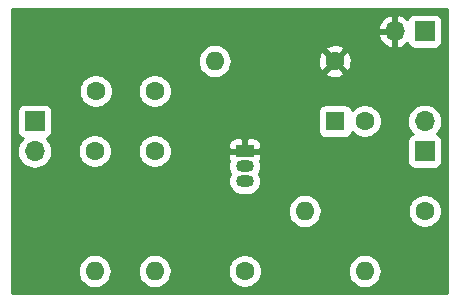
<source format=gbr>
G04 #@! TF.GenerationSoftware,KiCad,Pcbnew,(5.1.2-1)-1*
G04 #@! TF.CreationDate,2019-07-20T09:19:37-07:00*
G04 #@! TF.ProjectId,Buffer,42756666-6572-42e6-9b69-6361645f7063,rev?*
G04 #@! TF.SameCoordinates,Original*
G04 #@! TF.FileFunction,Copper,L2,Bot*
G04 #@! TF.FilePolarity,Positive*
%FSLAX46Y46*%
G04 Gerber Fmt 4.6, Leading zero omitted, Abs format (unit mm)*
G04 Created by KiCad (PCBNEW (5.1.2-1)-1) date 2019-07-20 09:19:37*
%MOMM*%
%LPD*%
G04 APERTURE LIST*
%ADD10O,1.700000X1.700000*%
%ADD11R,1.700000X1.700000*%
%ADD12O,1.600000X1.600000*%
%ADD13C,1.600000*%
%ADD14R,1.500000X1.050000*%
%ADD15O,1.500000X1.050000*%
%ADD16R,1.600000X1.600000*%
%ADD17C,0.254000*%
G04 APERTURE END LIST*
D10*
X160020000Y-78740000D03*
D11*
X162560000Y-78740000D03*
D12*
X152400000Y-93980000D03*
D13*
X162560000Y-93980000D03*
D12*
X157480000Y-99060000D03*
D13*
X147320000Y-99060000D03*
D12*
X139700000Y-99060000D03*
D13*
X139700000Y-88900000D03*
D12*
X144780000Y-81280000D03*
D13*
X154940000Y-81280000D03*
D12*
X134620000Y-99060000D03*
D13*
X134620000Y-88900000D03*
D14*
X147320000Y-88900000D03*
D15*
X147320000Y-91440000D03*
X147320000Y-90170000D03*
D10*
X162560000Y-86360000D03*
D11*
X162560000Y-88900000D03*
D10*
X129540000Y-88900000D03*
D11*
X129540000Y-86360000D03*
D13*
X157480000Y-86360000D03*
D16*
X154980000Y-86360000D03*
D13*
X134700000Y-83820000D03*
X139700000Y-83820000D03*
D17*
G36*
X164440001Y-100940000D02*
G01*
X127660000Y-100940000D01*
X127660000Y-99060000D01*
X133178057Y-99060000D01*
X133205764Y-99341309D01*
X133287818Y-99611808D01*
X133421068Y-99861101D01*
X133600392Y-100079608D01*
X133818899Y-100258932D01*
X134068192Y-100392182D01*
X134338691Y-100474236D01*
X134549508Y-100495000D01*
X134690492Y-100495000D01*
X134901309Y-100474236D01*
X135171808Y-100392182D01*
X135421101Y-100258932D01*
X135639608Y-100079608D01*
X135818932Y-99861101D01*
X135952182Y-99611808D01*
X136034236Y-99341309D01*
X136061943Y-99060000D01*
X138258057Y-99060000D01*
X138285764Y-99341309D01*
X138367818Y-99611808D01*
X138501068Y-99861101D01*
X138680392Y-100079608D01*
X138898899Y-100258932D01*
X139148192Y-100392182D01*
X139418691Y-100474236D01*
X139629508Y-100495000D01*
X139770492Y-100495000D01*
X139981309Y-100474236D01*
X140251808Y-100392182D01*
X140501101Y-100258932D01*
X140719608Y-100079608D01*
X140898932Y-99861101D01*
X141032182Y-99611808D01*
X141114236Y-99341309D01*
X141141943Y-99060000D01*
X141128023Y-98918665D01*
X145885000Y-98918665D01*
X145885000Y-99201335D01*
X145940147Y-99478574D01*
X146048320Y-99739727D01*
X146205363Y-99974759D01*
X146405241Y-100174637D01*
X146640273Y-100331680D01*
X146901426Y-100439853D01*
X147178665Y-100495000D01*
X147461335Y-100495000D01*
X147738574Y-100439853D01*
X147999727Y-100331680D01*
X148234759Y-100174637D01*
X148434637Y-99974759D01*
X148591680Y-99739727D01*
X148699853Y-99478574D01*
X148755000Y-99201335D01*
X148755000Y-99060000D01*
X156038057Y-99060000D01*
X156065764Y-99341309D01*
X156147818Y-99611808D01*
X156281068Y-99861101D01*
X156460392Y-100079608D01*
X156678899Y-100258932D01*
X156928192Y-100392182D01*
X157198691Y-100474236D01*
X157409508Y-100495000D01*
X157550492Y-100495000D01*
X157761309Y-100474236D01*
X158031808Y-100392182D01*
X158281101Y-100258932D01*
X158499608Y-100079608D01*
X158678932Y-99861101D01*
X158812182Y-99611808D01*
X158894236Y-99341309D01*
X158921943Y-99060000D01*
X158894236Y-98778691D01*
X158812182Y-98508192D01*
X158678932Y-98258899D01*
X158499608Y-98040392D01*
X158281101Y-97861068D01*
X158031808Y-97727818D01*
X157761309Y-97645764D01*
X157550492Y-97625000D01*
X157409508Y-97625000D01*
X157198691Y-97645764D01*
X156928192Y-97727818D01*
X156678899Y-97861068D01*
X156460392Y-98040392D01*
X156281068Y-98258899D01*
X156147818Y-98508192D01*
X156065764Y-98778691D01*
X156038057Y-99060000D01*
X148755000Y-99060000D01*
X148755000Y-98918665D01*
X148699853Y-98641426D01*
X148591680Y-98380273D01*
X148434637Y-98145241D01*
X148234759Y-97945363D01*
X147999727Y-97788320D01*
X147738574Y-97680147D01*
X147461335Y-97625000D01*
X147178665Y-97625000D01*
X146901426Y-97680147D01*
X146640273Y-97788320D01*
X146405241Y-97945363D01*
X146205363Y-98145241D01*
X146048320Y-98380273D01*
X145940147Y-98641426D01*
X145885000Y-98918665D01*
X141128023Y-98918665D01*
X141114236Y-98778691D01*
X141032182Y-98508192D01*
X140898932Y-98258899D01*
X140719608Y-98040392D01*
X140501101Y-97861068D01*
X140251808Y-97727818D01*
X139981309Y-97645764D01*
X139770492Y-97625000D01*
X139629508Y-97625000D01*
X139418691Y-97645764D01*
X139148192Y-97727818D01*
X138898899Y-97861068D01*
X138680392Y-98040392D01*
X138501068Y-98258899D01*
X138367818Y-98508192D01*
X138285764Y-98778691D01*
X138258057Y-99060000D01*
X136061943Y-99060000D01*
X136034236Y-98778691D01*
X135952182Y-98508192D01*
X135818932Y-98258899D01*
X135639608Y-98040392D01*
X135421101Y-97861068D01*
X135171808Y-97727818D01*
X134901309Y-97645764D01*
X134690492Y-97625000D01*
X134549508Y-97625000D01*
X134338691Y-97645764D01*
X134068192Y-97727818D01*
X133818899Y-97861068D01*
X133600392Y-98040392D01*
X133421068Y-98258899D01*
X133287818Y-98508192D01*
X133205764Y-98778691D01*
X133178057Y-99060000D01*
X127660000Y-99060000D01*
X127660000Y-93980000D01*
X150958057Y-93980000D01*
X150985764Y-94261309D01*
X151067818Y-94531808D01*
X151201068Y-94781101D01*
X151380392Y-94999608D01*
X151598899Y-95178932D01*
X151848192Y-95312182D01*
X152118691Y-95394236D01*
X152329508Y-95415000D01*
X152470492Y-95415000D01*
X152681309Y-95394236D01*
X152951808Y-95312182D01*
X153201101Y-95178932D01*
X153419608Y-94999608D01*
X153598932Y-94781101D01*
X153732182Y-94531808D01*
X153814236Y-94261309D01*
X153841943Y-93980000D01*
X153828023Y-93838665D01*
X161125000Y-93838665D01*
X161125000Y-94121335D01*
X161180147Y-94398574D01*
X161288320Y-94659727D01*
X161445363Y-94894759D01*
X161645241Y-95094637D01*
X161880273Y-95251680D01*
X162141426Y-95359853D01*
X162418665Y-95415000D01*
X162701335Y-95415000D01*
X162978574Y-95359853D01*
X163239727Y-95251680D01*
X163474759Y-95094637D01*
X163674637Y-94894759D01*
X163831680Y-94659727D01*
X163939853Y-94398574D01*
X163995000Y-94121335D01*
X163995000Y-93838665D01*
X163939853Y-93561426D01*
X163831680Y-93300273D01*
X163674637Y-93065241D01*
X163474759Y-92865363D01*
X163239727Y-92708320D01*
X162978574Y-92600147D01*
X162701335Y-92545000D01*
X162418665Y-92545000D01*
X162141426Y-92600147D01*
X161880273Y-92708320D01*
X161645241Y-92865363D01*
X161445363Y-93065241D01*
X161288320Y-93300273D01*
X161180147Y-93561426D01*
X161125000Y-93838665D01*
X153828023Y-93838665D01*
X153814236Y-93698691D01*
X153732182Y-93428192D01*
X153598932Y-93178899D01*
X153419608Y-92960392D01*
X153201101Y-92781068D01*
X152951808Y-92647818D01*
X152681309Y-92565764D01*
X152470492Y-92545000D01*
X152329508Y-92545000D01*
X152118691Y-92565764D01*
X151848192Y-92647818D01*
X151598899Y-92781068D01*
X151380392Y-92960392D01*
X151201068Y-93178899D01*
X151067818Y-93428192D01*
X150985764Y-93698691D01*
X150958057Y-93980000D01*
X127660000Y-93980000D01*
X127660000Y-88900000D01*
X128047815Y-88900000D01*
X128076487Y-89191111D01*
X128161401Y-89471034D01*
X128299294Y-89729014D01*
X128484866Y-89955134D01*
X128710986Y-90140706D01*
X128968966Y-90278599D01*
X129248889Y-90363513D01*
X129467050Y-90385000D01*
X129612950Y-90385000D01*
X129831111Y-90363513D01*
X130111034Y-90278599D01*
X130369014Y-90140706D01*
X130595134Y-89955134D01*
X130780706Y-89729014D01*
X130918599Y-89471034D01*
X131003513Y-89191111D01*
X131032185Y-88900000D01*
X131018265Y-88758665D01*
X133185000Y-88758665D01*
X133185000Y-89041335D01*
X133240147Y-89318574D01*
X133348320Y-89579727D01*
X133505363Y-89814759D01*
X133705241Y-90014637D01*
X133940273Y-90171680D01*
X134201426Y-90279853D01*
X134478665Y-90335000D01*
X134761335Y-90335000D01*
X135038574Y-90279853D01*
X135299727Y-90171680D01*
X135534759Y-90014637D01*
X135734637Y-89814759D01*
X135891680Y-89579727D01*
X135999853Y-89318574D01*
X136055000Y-89041335D01*
X136055000Y-88758665D01*
X138265000Y-88758665D01*
X138265000Y-89041335D01*
X138320147Y-89318574D01*
X138428320Y-89579727D01*
X138585363Y-89814759D01*
X138785241Y-90014637D01*
X139020273Y-90171680D01*
X139281426Y-90279853D01*
X139558665Y-90335000D01*
X139841335Y-90335000D01*
X140118574Y-90279853D01*
X140379727Y-90171680D01*
X140382241Y-90170000D01*
X145929388Y-90170000D01*
X145951785Y-90397400D01*
X146018115Y-90616060D01*
X146119105Y-90805000D01*
X146018115Y-90993940D01*
X145951785Y-91212600D01*
X145929388Y-91440000D01*
X145951785Y-91667400D01*
X146018115Y-91886060D01*
X146125829Y-92087579D01*
X146270788Y-92264212D01*
X146447421Y-92409171D01*
X146648940Y-92516885D01*
X146867600Y-92583215D01*
X147038021Y-92600000D01*
X147601979Y-92600000D01*
X147772400Y-92583215D01*
X147991060Y-92516885D01*
X148192579Y-92409171D01*
X148369212Y-92264212D01*
X148514171Y-92087579D01*
X148621885Y-91886060D01*
X148688215Y-91667400D01*
X148710612Y-91440000D01*
X148688215Y-91212600D01*
X148621885Y-90993940D01*
X148520895Y-90805000D01*
X148621885Y-90616060D01*
X148688215Y-90397400D01*
X148710612Y-90170000D01*
X148688215Y-89942600D01*
X148624907Y-89733902D01*
X148659502Y-89669180D01*
X148695812Y-89549482D01*
X148708072Y-89425000D01*
X148705000Y-89185750D01*
X148546250Y-89027000D01*
X147773109Y-89027000D01*
X147772400Y-89026785D01*
X147601979Y-89010000D01*
X147038021Y-89010000D01*
X146867600Y-89026785D01*
X146866891Y-89027000D01*
X146093750Y-89027000D01*
X145935000Y-89185750D01*
X145931928Y-89425000D01*
X145944188Y-89549482D01*
X145980498Y-89669180D01*
X146015093Y-89733902D01*
X145951785Y-89942600D01*
X145929388Y-90170000D01*
X140382241Y-90170000D01*
X140614759Y-90014637D01*
X140814637Y-89814759D01*
X140971680Y-89579727D01*
X141079853Y-89318574D01*
X141135000Y-89041335D01*
X141135000Y-88758665D01*
X141079853Y-88481426D01*
X141035770Y-88375000D01*
X145931928Y-88375000D01*
X145935000Y-88614250D01*
X146093750Y-88773000D01*
X147193000Y-88773000D01*
X147193000Y-87898750D01*
X147447000Y-87898750D01*
X147447000Y-88773000D01*
X148546250Y-88773000D01*
X148705000Y-88614250D01*
X148708072Y-88375000D01*
X148695812Y-88250518D01*
X148659502Y-88130820D01*
X148600537Y-88020506D01*
X148521185Y-87923815D01*
X148424494Y-87844463D01*
X148314180Y-87785498D01*
X148194482Y-87749188D01*
X148070000Y-87736928D01*
X147605750Y-87740000D01*
X147447000Y-87898750D01*
X147193000Y-87898750D01*
X147034250Y-87740000D01*
X146570000Y-87736928D01*
X146445518Y-87749188D01*
X146325820Y-87785498D01*
X146215506Y-87844463D01*
X146118815Y-87923815D01*
X146039463Y-88020506D01*
X145980498Y-88130820D01*
X145944188Y-88250518D01*
X145931928Y-88375000D01*
X141035770Y-88375000D01*
X140971680Y-88220273D01*
X140814637Y-87985241D01*
X140614759Y-87785363D01*
X140379727Y-87628320D01*
X140118574Y-87520147D01*
X139841335Y-87465000D01*
X139558665Y-87465000D01*
X139281426Y-87520147D01*
X139020273Y-87628320D01*
X138785241Y-87785363D01*
X138585363Y-87985241D01*
X138428320Y-88220273D01*
X138320147Y-88481426D01*
X138265000Y-88758665D01*
X136055000Y-88758665D01*
X135999853Y-88481426D01*
X135891680Y-88220273D01*
X135734637Y-87985241D01*
X135534759Y-87785363D01*
X135299727Y-87628320D01*
X135038574Y-87520147D01*
X134761335Y-87465000D01*
X134478665Y-87465000D01*
X134201426Y-87520147D01*
X133940273Y-87628320D01*
X133705241Y-87785363D01*
X133505363Y-87985241D01*
X133348320Y-88220273D01*
X133240147Y-88481426D01*
X133185000Y-88758665D01*
X131018265Y-88758665D01*
X131003513Y-88608889D01*
X130918599Y-88328966D01*
X130780706Y-88070986D01*
X130595134Y-87844866D01*
X130565313Y-87820393D01*
X130634180Y-87799502D01*
X130744494Y-87740537D01*
X130841185Y-87661185D01*
X130920537Y-87564494D01*
X130979502Y-87454180D01*
X131015812Y-87334482D01*
X131028072Y-87210000D01*
X131028072Y-85560000D01*
X153541928Y-85560000D01*
X153541928Y-87160000D01*
X153554188Y-87284482D01*
X153590498Y-87404180D01*
X153649463Y-87514494D01*
X153728815Y-87611185D01*
X153825506Y-87690537D01*
X153935820Y-87749502D01*
X154055518Y-87785812D01*
X154180000Y-87798072D01*
X155780000Y-87798072D01*
X155904482Y-87785812D01*
X156024180Y-87749502D01*
X156134494Y-87690537D01*
X156231185Y-87611185D01*
X156310537Y-87514494D01*
X156369502Y-87404180D01*
X156398661Y-87308057D01*
X156565241Y-87474637D01*
X156800273Y-87631680D01*
X157061426Y-87739853D01*
X157338665Y-87795000D01*
X157621335Y-87795000D01*
X157898574Y-87739853D01*
X158159727Y-87631680D01*
X158394759Y-87474637D01*
X158594637Y-87274759D01*
X158751680Y-87039727D01*
X158859853Y-86778574D01*
X158915000Y-86501335D01*
X158915000Y-86360000D01*
X161067815Y-86360000D01*
X161096487Y-86651111D01*
X161181401Y-86931034D01*
X161319294Y-87189014D01*
X161504866Y-87415134D01*
X161534687Y-87439607D01*
X161465820Y-87460498D01*
X161355506Y-87519463D01*
X161258815Y-87598815D01*
X161179463Y-87695506D01*
X161120498Y-87805820D01*
X161084188Y-87925518D01*
X161071928Y-88050000D01*
X161071928Y-89750000D01*
X161084188Y-89874482D01*
X161120498Y-89994180D01*
X161179463Y-90104494D01*
X161258815Y-90201185D01*
X161355506Y-90280537D01*
X161465820Y-90339502D01*
X161585518Y-90375812D01*
X161710000Y-90388072D01*
X163410000Y-90388072D01*
X163534482Y-90375812D01*
X163654180Y-90339502D01*
X163764494Y-90280537D01*
X163861185Y-90201185D01*
X163940537Y-90104494D01*
X163999502Y-89994180D01*
X164035812Y-89874482D01*
X164048072Y-89750000D01*
X164048072Y-88050000D01*
X164035812Y-87925518D01*
X163999502Y-87805820D01*
X163940537Y-87695506D01*
X163861185Y-87598815D01*
X163764494Y-87519463D01*
X163654180Y-87460498D01*
X163585313Y-87439607D01*
X163615134Y-87415134D01*
X163800706Y-87189014D01*
X163938599Y-86931034D01*
X164023513Y-86651111D01*
X164052185Y-86360000D01*
X164023513Y-86068889D01*
X163938599Y-85788966D01*
X163800706Y-85530986D01*
X163615134Y-85304866D01*
X163389014Y-85119294D01*
X163131034Y-84981401D01*
X162851111Y-84896487D01*
X162632950Y-84875000D01*
X162487050Y-84875000D01*
X162268889Y-84896487D01*
X161988966Y-84981401D01*
X161730986Y-85119294D01*
X161504866Y-85304866D01*
X161319294Y-85530986D01*
X161181401Y-85788966D01*
X161096487Y-86068889D01*
X161067815Y-86360000D01*
X158915000Y-86360000D01*
X158915000Y-86218665D01*
X158859853Y-85941426D01*
X158751680Y-85680273D01*
X158594637Y-85445241D01*
X158394759Y-85245363D01*
X158159727Y-85088320D01*
X157898574Y-84980147D01*
X157621335Y-84925000D01*
X157338665Y-84925000D01*
X157061426Y-84980147D01*
X156800273Y-85088320D01*
X156565241Y-85245363D01*
X156398661Y-85411943D01*
X156369502Y-85315820D01*
X156310537Y-85205506D01*
X156231185Y-85108815D01*
X156134494Y-85029463D01*
X156024180Y-84970498D01*
X155904482Y-84934188D01*
X155780000Y-84921928D01*
X154180000Y-84921928D01*
X154055518Y-84934188D01*
X153935820Y-84970498D01*
X153825506Y-85029463D01*
X153728815Y-85108815D01*
X153649463Y-85205506D01*
X153590498Y-85315820D01*
X153554188Y-85435518D01*
X153541928Y-85560000D01*
X131028072Y-85560000D01*
X131028072Y-85510000D01*
X131015812Y-85385518D01*
X130979502Y-85265820D01*
X130920537Y-85155506D01*
X130841185Y-85058815D01*
X130744494Y-84979463D01*
X130634180Y-84920498D01*
X130514482Y-84884188D01*
X130390000Y-84871928D01*
X128690000Y-84871928D01*
X128565518Y-84884188D01*
X128445820Y-84920498D01*
X128335506Y-84979463D01*
X128238815Y-85058815D01*
X128159463Y-85155506D01*
X128100498Y-85265820D01*
X128064188Y-85385518D01*
X128051928Y-85510000D01*
X128051928Y-87210000D01*
X128064188Y-87334482D01*
X128100498Y-87454180D01*
X128159463Y-87564494D01*
X128238815Y-87661185D01*
X128335506Y-87740537D01*
X128445820Y-87799502D01*
X128514687Y-87820393D01*
X128484866Y-87844866D01*
X128299294Y-88070986D01*
X128161401Y-88328966D01*
X128076487Y-88608889D01*
X128047815Y-88900000D01*
X127660000Y-88900000D01*
X127660000Y-83678665D01*
X133265000Y-83678665D01*
X133265000Y-83961335D01*
X133320147Y-84238574D01*
X133428320Y-84499727D01*
X133585363Y-84734759D01*
X133785241Y-84934637D01*
X134020273Y-85091680D01*
X134281426Y-85199853D01*
X134558665Y-85255000D01*
X134841335Y-85255000D01*
X135118574Y-85199853D01*
X135379727Y-85091680D01*
X135614759Y-84934637D01*
X135814637Y-84734759D01*
X135971680Y-84499727D01*
X136079853Y-84238574D01*
X136135000Y-83961335D01*
X136135000Y-83678665D01*
X138265000Y-83678665D01*
X138265000Y-83961335D01*
X138320147Y-84238574D01*
X138428320Y-84499727D01*
X138585363Y-84734759D01*
X138785241Y-84934637D01*
X139020273Y-85091680D01*
X139281426Y-85199853D01*
X139558665Y-85255000D01*
X139841335Y-85255000D01*
X140118574Y-85199853D01*
X140379727Y-85091680D01*
X140614759Y-84934637D01*
X140814637Y-84734759D01*
X140971680Y-84499727D01*
X141079853Y-84238574D01*
X141135000Y-83961335D01*
X141135000Y-83678665D01*
X141079853Y-83401426D01*
X140971680Y-83140273D01*
X140814637Y-82905241D01*
X140614759Y-82705363D01*
X140379727Y-82548320D01*
X140118574Y-82440147D01*
X139841335Y-82385000D01*
X139558665Y-82385000D01*
X139281426Y-82440147D01*
X139020273Y-82548320D01*
X138785241Y-82705363D01*
X138585363Y-82905241D01*
X138428320Y-83140273D01*
X138320147Y-83401426D01*
X138265000Y-83678665D01*
X136135000Y-83678665D01*
X136079853Y-83401426D01*
X135971680Y-83140273D01*
X135814637Y-82905241D01*
X135614759Y-82705363D01*
X135379727Y-82548320D01*
X135118574Y-82440147D01*
X134841335Y-82385000D01*
X134558665Y-82385000D01*
X134281426Y-82440147D01*
X134020273Y-82548320D01*
X133785241Y-82705363D01*
X133585363Y-82905241D01*
X133428320Y-83140273D01*
X133320147Y-83401426D01*
X133265000Y-83678665D01*
X127660000Y-83678665D01*
X127660000Y-81280000D01*
X143338057Y-81280000D01*
X143365764Y-81561309D01*
X143447818Y-81831808D01*
X143581068Y-82081101D01*
X143760392Y-82299608D01*
X143978899Y-82478932D01*
X144228192Y-82612182D01*
X144498691Y-82694236D01*
X144709508Y-82715000D01*
X144850492Y-82715000D01*
X145061309Y-82694236D01*
X145331808Y-82612182D01*
X145581101Y-82478932D01*
X145799608Y-82299608D01*
X145821689Y-82272702D01*
X154126903Y-82272702D01*
X154198486Y-82516671D01*
X154453996Y-82637571D01*
X154728184Y-82706300D01*
X155010512Y-82720217D01*
X155290130Y-82678787D01*
X155556292Y-82583603D01*
X155681514Y-82516671D01*
X155753097Y-82272702D01*
X154940000Y-81459605D01*
X154126903Y-82272702D01*
X145821689Y-82272702D01*
X145978932Y-82081101D01*
X146112182Y-81831808D01*
X146194236Y-81561309D01*
X146214998Y-81350512D01*
X153499783Y-81350512D01*
X153541213Y-81630130D01*
X153636397Y-81896292D01*
X153703329Y-82021514D01*
X153947298Y-82093097D01*
X154760395Y-81280000D01*
X155119605Y-81280000D01*
X155932702Y-82093097D01*
X156176671Y-82021514D01*
X156297571Y-81766004D01*
X156366300Y-81491816D01*
X156380217Y-81209488D01*
X156338787Y-80929870D01*
X156243603Y-80663708D01*
X156176671Y-80538486D01*
X155932702Y-80466903D01*
X155119605Y-81280000D01*
X154760395Y-81280000D01*
X153947298Y-80466903D01*
X153703329Y-80538486D01*
X153582429Y-80793996D01*
X153513700Y-81068184D01*
X153499783Y-81350512D01*
X146214998Y-81350512D01*
X146221943Y-81280000D01*
X146194236Y-80998691D01*
X146112182Y-80728192D01*
X145978932Y-80478899D01*
X145821690Y-80287298D01*
X154126903Y-80287298D01*
X154940000Y-81100395D01*
X155753097Y-80287298D01*
X155681514Y-80043329D01*
X155426004Y-79922429D01*
X155151816Y-79853700D01*
X154869488Y-79839783D01*
X154589870Y-79881213D01*
X154323708Y-79976397D01*
X154198486Y-80043329D01*
X154126903Y-80287298D01*
X145821690Y-80287298D01*
X145799608Y-80260392D01*
X145581101Y-80081068D01*
X145331808Y-79947818D01*
X145061309Y-79865764D01*
X144850492Y-79845000D01*
X144709508Y-79845000D01*
X144498691Y-79865764D01*
X144228192Y-79947818D01*
X143978899Y-80081068D01*
X143760392Y-80260392D01*
X143581068Y-80478899D01*
X143447818Y-80728192D01*
X143365764Y-80998691D01*
X143338057Y-81280000D01*
X127660000Y-81280000D01*
X127660000Y-79096891D01*
X158578519Y-79096891D01*
X158675843Y-79371252D01*
X158824822Y-79621355D01*
X159019731Y-79837588D01*
X159253080Y-80011641D01*
X159515901Y-80136825D01*
X159663110Y-80181476D01*
X159893000Y-80060155D01*
X159893000Y-78867000D01*
X158699186Y-78867000D01*
X158578519Y-79096891D01*
X127660000Y-79096891D01*
X127660000Y-78383109D01*
X158578519Y-78383109D01*
X158699186Y-78613000D01*
X159893000Y-78613000D01*
X159893000Y-77419845D01*
X160147000Y-77419845D01*
X160147000Y-78613000D01*
X160167000Y-78613000D01*
X160167000Y-78867000D01*
X160147000Y-78867000D01*
X160147000Y-80060155D01*
X160376890Y-80181476D01*
X160524099Y-80136825D01*
X160786920Y-80011641D01*
X161020269Y-79837588D01*
X161096034Y-79753534D01*
X161120498Y-79834180D01*
X161179463Y-79944494D01*
X161258815Y-80041185D01*
X161355506Y-80120537D01*
X161465820Y-80179502D01*
X161585518Y-80215812D01*
X161710000Y-80228072D01*
X163410000Y-80228072D01*
X163534482Y-80215812D01*
X163654180Y-80179502D01*
X163764494Y-80120537D01*
X163861185Y-80041185D01*
X163940537Y-79944494D01*
X163999502Y-79834180D01*
X164035812Y-79714482D01*
X164048072Y-79590000D01*
X164048072Y-77890000D01*
X164035812Y-77765518D01*
X163999502Y-77645820D01*
X163940537Y-77535506D01*
X163861185Y-77438815D01*
X163764494Y-77359463D01*
X163654180Y-77300498D01*
X163534482Y-77264188D01*
X163410000Y-77251928D01*
X161710000Y-77251928D01*
X161585518Y-77264188D01*
X161465820Y-77300498D01*
X161355506Y-77359463D01*
X161258815Y-77438815D01*
X161179463Y-77535506D01*
X161120498Y-77645820D01*
X161096034Y-77726466D01*
X161020269Y-77642412D01*
X160786920Y-77468359D01*
X160524099Y-77343175D01*
X160376890Y-77298524D01*
X160147000Y-77419845D01*
X159893000Y-77419845D01*
X159663110Y-77298524D01*
X159515901Y-77343175D01*
X159253080Y-77468359D01*
X159019731Y-77642412D01*
X158824822Y-77858645D01*
X158675843Y-78108748D01*
X158578519Y-78383109D01*
X127660000Y-78383109D01*
X127660000Y-76860000D01*
X164440000Y-76860000D01*
X164440001Y-100940000D01*
X164440001Y-100940000D01*
G37*
X164440001Y-100940000D02*
X127660000Y-100940000D01*
X127660000Y-99060000D01*
X133178057Y-99060000D01*
X133205764Y-99341309D01*
X133287818Y-99611808D01*
X133421068Y-99861101D01*
X133600392Y-100079608D01*
X133818899Y-100258932D01*
X134068192Y-100392182D01*
X134338691Y-100474236D01*
X134549508Y-100495000D01*
X134690492Y-100495000D01*
X134901309Y-100474236D01*
X135171808Y-100392182D01*
X135421101Y-100258932D01*
X135639608Y-100079608D01*
X135818932Y-99861101D01*
X135952182Y-99611808D01*
X136034236Y-99341309D01*
X136061943Y-99060000D01*
X138258057Y-99060000D01*
X138285764Y-99341309D01*
X138367818Y-99611808D01*
X138501068Y-99861101D01*
X138680392Y-100079608D01*
X138898899Y-100258932D01*
X139148192Y-100392182D01*
X139418691Y-100474236D01*
X139629508Y-100495000D01*
X139770492Y-100495000D01*
X139981309Y-100474236D01*
X140251808Y-100392182D01*
X140501101Y-100258932D01*
X140719608Y-100079608D01*
X140898932Y-99861101D01*
X141032182Y-99611808D01*
X141114236Y-99341309D01*
X141141943Y-99060000D01*
X141128023Y-98918665D01*
X145885000Y-98918665D01*
X145885000Y-99201335D01*
X145940147Y-99478574D01*
X146048320Y-99739727D01*
X146205363Y-99974759D01*
X146405241Y-100174637D01*
X146640273Y-100331680D01*
X146901426Y-100439853D01*
X147178665Y-100495000D01*
X147461335Y-100495000D01*
X147738574Y-100439853D01*
X147999727Y-100331680D01*
X148234759Y-100174637D01*
X148434637Y-99974759D01*
X148591680Y-99739727D01*
X148699853Y-99478574D01*
X148755000Y-99201335D01*
X148755000Y-99060000D01*
X156038057Y-99060000D01*
X156065764Y-99341309D01*
X156147818Y-99611808D01*
X156281068Y-99861101D01*
X156460392Y-100079608D01*
X156678899Y-100258932D01*
X156928192Y-100392182D01*
X157198691Y-100474236D01*
X157409508Y-100495000D01*
X157550492Y-100495000D01*
X157761309Y-100474236D01*
X158031808Y-100392182D01*
X158281101Y-100258932D01*
X158499608Y-100079608D01*
X158678932Y-99861101D01*
X158812182Y-99611808D01*
X158894236Y-99341309D01*
X158921943Y-99060000D01*
X158894236Y-98778691D01*
X158812182Y-98508192D01*
X158678932Y-98258899D01*
X158499608Y-98040392D01*
X158281101Y-97861068D01*
X158031808Y-97727818D01*
X157761309Y-97645764D01*
X157550492Y-97625000D01*
X157409508Y-97625000D01*
X157198691Y-97645764D01*
X156928192Y-97727818D01*
X156678899Y-97861068D01*
X156460392Y-98040392D01*
X156281068Y-98258899D01*
X156147818Y-98508192D01*
X156065764Y-98778691D01*
X156038057Y-99060000D01*
X148755000Y-99060000D01*
X148755000Y-98918665D01*
X148699853Y-98641426D01*
X148591680Y-98380273D01*
X148434637Y-98145241D01*
X148234759Y-97945363D01*
X147999727Y-97788320D01*
X147738574Y-97680147D01*
X147461335Y-97625000D01*
X147178665Y-97625000D01*
X146901426Y-97680147D01*
X146640273Y-97788320D01*
X146405241Y-97945363D01*
X146205363Y-98145241D01*
X146048320Y-98380273D01*
X145940147Y-98641426D01*
X145885000Y-98918665D01*
X141128023Y-98918665D01*
X141114236Y-98778691D01*
X141032182Y-98508192D01*
X140898932Y-98258899D01*
X140719608Y-98040392D01*
X140501101Y-97861068D01*
X140251808Y-97727818D01*
X139981309Y-97645764D01*
X139770492Y-97625000D01*
X139629508Y-97625000D01*
X139418691Y-97645764D01*
X139148192Y-97727818D01*
X138898899Y-97861068D01*
X138680392Y-98040392D01*
X138501068Y-98258899D01*
X138367818Y-98508192D01*
X138285764Y-98778691D01*
X138258057Y-99060000D01*
X136061943Y-99060000D01*
X136034236Y-98778691D01*
X135952182Y-98508192D01*
X135818932Y-98258899D01*
X135639608Y-98040392D01*
X135421101Y-97861068D01*
X135171808Y-97727818D01*
X134901309Y-97645764D01*
X134690492Y-97625000D01*
X134549508Y-97625000D01*
X134338691Y-97645764D01*
X134068192Y-97727818D01*
X133818899Y-97861068D01*
X133600392Y-98040392D01*
X133421068Y-98258899D01*
X133287818Y-98508192D01*
X133205764Y-98778691D01*
X133178057Y-99060000D01*
X127660000Y-99060000D01*
X127660000Y-93980000D01*
X150958057Y-93980000D01*
X150985764Y-94261309D01*
X151067818Y-94531808D01*
X151201068Y-94781101D01*
X151380392Y-94999608D01*
X151598899Y-95178932D01*
X151848192Y-95312182D01*
X152118691Y-95394236D01*
X152329508Y-95415000D01*
X152470492Y-95415000D01*
X152681309Y-95394236D01*
X152951808Y-95312182D01*
X153201101Y-95178932D01*
X153419608Y-94999608D01*
X153598932Y-94781101D01*
X153732182Y-94531808D01*
X153814236Y-94261309D01*
X153841943Y-93980000D01*
X153828023Y-93838665D01*
X161125000Y-93838665D01*
X161125000Y-94121335D01*
X161180147Y-94398574D01*
X161288320Y-94659727D01*
X161445363Y-94894759D01*
X161645241Y-95094637D01*
X161880273Y-95251680D01*
X162141426Y-95359853D01*
X162418665Y-95415000D01*
X162701335Y-95415000D01*
X162978574Y-95359853D01*
X163239727Y-95251680D01*
X163474759Y-95094637D01*
X163674637Y-94894759D01*
X163831680Y-94659727D01*
X163939853Y-94398574D01*
X163995000Y-94121335D01*
X163995000Y-93838665D01*
X163939853Y-93561426D01*
X163831680Y-93300273D01*
X163674637Y-93065241D01*
X163474759Y-92865363D01*
X163239727Y-92708320D01*
X162978574Y-92600147D01*
X162701335Y-92545000D01*
X162418665Y-92545000D01*
X162141426Y-92600147D01*
X161880273Y-92708320D01*
X161645241Y-92865363D01*
X161445363Y-93065241D01*
X161288320Y-93300273D01*
X161180147Y-93561426D01*
X161125000Y-93838665D01*
X153828023Y-93838665D01*
X153814236Y-93698691D01*
X153732182Y-93428192D01*
X153598932Y-93178899D01*
X153419608Y-92960392D01*
X153201101Y-92781068D01*
X152951808Y-92647818D01*
X152681309Y-92565764D01*
X152470492Y-92545000D01*
X152329508Y-92545000D01*
X152118691Y-92565764D01*
X151848192Y-92647818D01*
X151598899Y-92781068D01*
X151380392Y-92960392D01*
X151201068Y-93178899D01*
X151067818Y-93428192D01*
X150985764Y-93698691D01*
X150958057Y-93980000D01*
X127660000Y-93980000D01*
X127660000Y-88900000D01*
X128047815Y-88900000D01*
X128076487Y-89191111D01*
X128161401Y-89471034D01*
X128299294Y-89729014D01*
X128484866Y-89955134D01*
X128710986Y-90140706D01*
X128968966Y-90278599D01*
X129248889Y-90363513D01*
X129467050Y-90385000D01*
X129612950Y-90385000D01*
X129831111Y-90363513D01*
X130111034Y-90278599D01*
X130369014Y-90140706D01*
X130595134Y-89955134D01*
X130780706Y-89729014D01*
X130918599Y-89471034D01*
X131003513Y-89191111D01*
X131032185Y-88900000D01*
X131018265Y-88758665D01*
X133185000Y-88758665D01*
X133185000Y-89041335D01*
X133240147Y-89318574D01*
X133348320Y-89579727D01*
X133505363Y-89814759D01*
X133705241Y-90014637D01*
X133940273Y-90171680D01*
X134201426Y-90279853D01*
X134478665Y-90335000D01*
X134761335Y-90335000D01*
X135038574Y-90279853D01*
X135299727Y-90171680D01*
X135534759Y-90014637D01*
X135734637Y-89814759D01*
X135891680Y-89579727D01*
X135999853Y-89318574D01*
X136055000Y-89041335D01*
X136055000Y-88758665D01*
X138265000Y-88758665D01*
X138265000Y-89041335D01*
X138320147Y-89318574D01*
X138428320Y-89579727D01*
X138585363Y-89814759D01*
X138785241Y-90014637D01*
X139020273Y-90171680D01*
X139281426Y-90279853D01*
X139558665Y-90335000D01*
X139841335Y-90335000D01*
X140118574Y-90279853D01*
X140379727Y-90171680D01*
X140382241Y-90170000D01*
X145929388Y-90170000D01*
X145951785Y-90397400D01*
X146018115Y-90616060D01*
X146119105Y-90805000D01*
X146018115Y-90993940D01*
X145951785Y-91212600D01*
X145929388Y-91440000D01*
X145951785Y-91667400D01*
X146018115Y-91886060D01*
X146125829Y-92087579D01*
X146270788Y-92264212D01*
X146447421Y-92409171D01*
X146648940Y-92516885D01*
X146867600Y-92583215D01*
X147038021Y-92600000D01*
X147601979Y-92600000D01*
X147772400Y-92583215D01*
X147991060Y-92516885D01*
X148192579Y-92409171D01*
X148369212Y-92264212D01*
X148514171Y-92087579D01*
X148621885Y-91886060D01*
X148688215Y-91667400D01*
X148710612Y-91440000D01*
X148688215Y-91212600D01*
X148621885Y-90993940D01*
X148520895Y-90805000D01*
X148621885Y-90616060D01*
X148688215Y-90397400D01*
X148710612Y-90170000D01*
X148688215Y-89942600D01*
X148624907Y-89733902D01*
X148659502Y-89669180D01*
X148695812Y-89549482D01*
X148708072Y-89425000D01*
X148705000Y-89185750D01*
X148546250Y-89027000D01*
X147773109Y-89027000D01*
X147772400Y-89026785D01*
X147601979Y-89010000D01*
X147038021Y-89010000D01*
X146867600Y-89026785D01*
X146866891Y-89027000D01*
X146093750Y-89027000D01*
X145935000Y-89185750D01*
X145931928Y-89425000D01*
X145944188Y-89549482D01*
X145980498Y-89669180D01*
X146015093Y-89733902D01*
X145951785Y-89942600D01*
X145929388Y-90170000D01*
X140382241Y-90170000D01*
X140614759Y-90014637D01*
X140814637Y-89814759D01*
X140971680Y-89579727D01*
X141079853Y-89318574D01*
X141135000Y-89041335D01*
X141135000Y-88758665D01*
X141079853Y-88481426D01*
X141035770Y-88375000D01*
X145931928Y-88375000D01*
X145935000Y-88614250D01*
X146093750Y-88773000D01*
X147193000Y-88773000D01*
X147193000Y-87898750D01*
X147447000Y-87898750D01*
X147447000Y-88773000D01*
X148546250Y-88773000D01*
X148705000Y-88614250D01*
X148708072Y-88375000D01*
X148695812Y-88250518D01*
X148659502Y-88130820D01*
X148600537Y-88020506D01*
X148521185Y-87923815D01*
X148424494Y-87844463D01*
X148314180Y-87785498D01*
X148194482Y-87749188D01*
X148070000Y-87736928D01*
X147605750Y-87740000D01*
X147447000Y-87898750D01*
X147193000Y-87898750D01*
X147034250Y-87740000D01*
X146570000Y-87736928D01*
X146445518Y-87749188D01*
X146325820Y-87785498D01*
X146215506Y-87844463D01*
X146118815Y-87923815D01*
X146039463Y-88020506D01*
X145980498Y-88130820D01*
X145944188Y-88250518D01*
X145931928Y-88375000D01*
X141035770Y-88375000D01*
X140971680Y-88220273D01*
X140814637Y-87985241D01*
X140614759Y-87785363D01*
X140379727Y-87628320D01*
X140118574Y-87520147D01*
X139841335Y-87465000D01*
X139558665Y-87465000D01*
X139281426Y-87520147D01*
X139020273Y-87628320D01*
X138785241Y-87785363D01*
X138585363Y-87985241D01*
X138428320Y-88220273D01*
X138320147Y-88481426D01*
X138265000Y-88758665D01*
X136055000Y-88758665D01*
X135999853Y-88481426D01*
X135891680Y-88220273D01*
X135734637Y-87985241D01*
X135534759Y-87785363D01*
X135299727Y-87628320D01*
X135038574Y-87520147D01*
X134761335Y-87465000D01*
X134478665Y-87465000D01*
X134201426Y-87520147D01*
X133940273Y-87628320D01*
X133705241Y-87785363D01*
X133505363Y-87985241D01*
X133348320Y-88220273D01*
X133240147Y-88481426D01*
X133185000Y-88758665D01*
X131018265Y-88758665D01*
X131003513Y-88608889D01*
X130918599Y-88328966D01*
X130780706Y-88070986D01*
X130595134Y-87844866D01*
X130565313Y-87820393D01*
X130634180Y-87799502D01*
X130744494Y-87740537D01*
X130841185Y-87661185D01*
X130920537Y-87564494D01*
X130979502Y-87454180D01*
X131015812Y-87334482D01*
X131028072Y-87210000D01*
X131028072Y-85560000D01*
X153541928Y-85560000D01*
X153541928Y-87160000D01*
X153554188Y-87284482D01*
X153590498Y-87404180D01*
X153649463Y-87514494D01*
X153728815Y-87611185D01*
X153825506Y-87690537D01*
X153935820Y-87749502D01*
X154055518Y-87785812D01*
X154180000Y-87798072D01*
X155780000Y-87798072D01*
X155904482Y-87785812D01*
X156024180Y-87749502D01*
X156134494Y-87690537D01*
X156231185Y-87611185D01*
X156310537Y-87514494D01*
X156369502Y-87404180D01*
X156398661Y-87308057D01*
X156565241Y-87474637D01*
X156800273Y-87631680D01*
X157061426Y-87739853D01*
X157338665Y-87795000D01*
X157621335Y-87795000D01*
X157898574Y-87739853D01*
X158159727Y-87631680D01*
X158394759Y-87474637D01*
X158594637Y-87274759D01*
X158751680Y-87039727D01*
X158859853Y-86778574D01*
X158915000Y-86501335D01*
X158915000Y-86360000D01*
X161067815Y-86360000D01*
X161096487Y-86651111D01*
X161181401Y-86931034D01*
X161319294Y-87189014D01*
X161504866Y-87415134D01*
X161534687Y-87439607D01*
X161465820Y-87460498D01*
X161355506Y-87519463D01*
X161258815Y-87598815D01*
X161179463Y-87695506D01*
X161120498Y-87805820D01*
X161084188Y-87925518D01*
X161071928Y-88050000D01*
X161071928Y-89750000D01*
X161084188Y-89874482D01*
X161120498Y-89994180D01*
X161179463Y-90104494D01*
X161258815Y-90201185D01*
X161355506Y-90280537D01*
X161465820Y-90339502D01*
X161585518Y-90375812D01*
X161710000Y-90388072D01*
X163410000Y-90388072D01*
X163534482Y-90375812D01*
X163654180Y-90339502D01*
X163764494Y-90280537D01*
X163861185Y-90201185D01*
X163940537Y-90104494D01*
X163999502Y-89994180D01*
X164035812Y-89874482D01*
X164048072Y-89750000D01*
X164048072Y-88050000D01*
X164035812Y-87925518D01*
X163999502Y-87805820D01*
X163940537Y-87695506D01*
X163861185Y-87598815D01*
X163764494Y-87519463D01*
X163654180Y-87460498D01*
X163585313Y-87439607D01*
X163615134Y-87415134D01*
X163800706Y-87189014D01*
X163938599Y-86931034D01*
X164023513Y-86651111D01*
X164052185Y-86360000D01*
X164023513Y-86068889D01*
X163938599Y-85788966D01*
X163800706Y-85530986D01*
X163615134Y-85304866D01*
X163389014Y-85119294D01*
X163131034Y-84981401D01*
X162851111Y-84896487D01*
X162632950Y-84875000D01*
X162487050Y-84875000D01*
X162268889Y-84896487D01*
X161988966Y-84981401D01*
X161730986Y-85119294D01*
X161504866Y-85304866D01*
X161319294Y-85530986D01*
X161181401Y-85788966D01*
X161096487Y-86068889D01*
X161067815Y-86360000D01*
X158915000Y-86360000D01*
X158915000Y-86218665D01*
X158859853Y-85941426D01*
X158751680Y-85680273D01*
X158594637Y-85445241D01*
X158394759Y-85245363D01*
X158159727Y-85088320D01*
X157898574Y-84980147D01*
X157621335Y-84925000D01*
X157338665Y-84925000D01*
X157061426Y-84980147D01*
X156800273Y-85088320D01*
X156565241Y-85245363D01*
X156398661Y-85411943D01*
X156369502Y-85315820D01*
X156310537Y-85205506D01*
X156231185Y-85108815D01*
X156134494Y-85029463D01*
X156024180Y-84970498D01*
X155904482Y-84934188D01*
X155780000Y-84921928D01*
X154180000Y-84921928D01*
X154055518Y-84934188D01*
X153935820Y-84970498D01*
X153825506Y-85029463D01*
X153728815Y-85108815D01*
X153649463Y-85205506D01*
X153590498Y-85315820D01*
X153554188Y-85435518D01*
X153541928Y-85560000D01*
X131028072Y-85560000D01*
X131028072Y-85510000D01*
X131015812Y-85385518D01*
X130979502Y-85265820D01*
X130920537Y-85155506D01*
X130841185Y-85058815D01*
X130744494Y-84979463D01*
X130634180Y-84920498D01*
X130514482Y-84884188D01*
X130390000Y-84871928D01*
X128690000Y-84871928D01*
X128565518Y-84884188D01*
X128445820Y-84920498D01*
X128335506Y-84979463D01*
X128238815Y-85058815D01*
X128159463Y-85155506D01*
X128100498Y-85265820D01*
X128064188Y-85385518D01*
X128051928Y-85510000D01*
X128051928Y-87210000D01*
X128064188Y-87334482D01*
X128100498Y-87454180D01*
X128159463Y-87564494D01*
X128238815Y-87661185D01*
X128335506Y-87740537D01*
X128445820Y-87799502D01*
X128514687Y-87820393D01*
X128484866Y-87844866D01*
X128299294Y-88070986D01*
X128161401Y-88328966D01*
X128076487Y-88608889D01*
X128047815Y-88900000D01*
X127660000Y-88900000D01*
X127660000Y-83678665D01*
X133265000Y-83678665D01*
X133265000Y-83961335D01*
X133320147Y-84238574D01*
X133428320Y-84499727D01*
X133585363Y-84734759D01*
X133785241Y-84934637D01*
X134020273Y-85091680D01*
X134281426Y-85199853D01*
X134558665Y-85255000D01*
X134841335Y-85255000D01*
X135118574Y-85199853D01*
X135379727Y-85091680D01*
X135614759Y-84934637D01*
X135814637Y-84734759D01*
X135971680Y-84499727D01*
X136079853Y-84238574D01*
X136135000Y-83961335D01*
X136135000Y-83678665D01*
X138265000Y-83678665D01*
X138265000Y-83961335D01*
X138320147Y-84238574D01*
X138428320Y-84499727D01*
X138585363Y-84734759D01*
X138785241Y-84934637D01*
X139020273Y-85091680D01*
X139281426Y-85199853D01*
X139558665Y-85255000D01*
X139841335Y-85255000D01*
X140118574Y-85199853D01*
X140379727Y-85091680D01*
X140614759Y-84934637D01*
X140814637Y-84734759D01*
X140971680Y-84499727D01*
X141079853Y-84238574D01*
X141135000Y-83961335D01*
X141135000Y-83678665D01*
X141079853Y-83401426D01*
X140971680Y-83140273D01*
X140814637Y-82905241D01*
X140614759Y-82705363D01*
X140379727Y-82548320D01*
X140118574Y-82440147D01*
X139841335Y-82385000D01*
X139558665Y-82385000D01*
X139281426Y-82440147D01*
X139020273Y-82548320D01*
X138785241Y-82705363D01*
X138585363Y-82905241D01*
X138428320Y-83140273D01*
X138320147Y-83401426D01*
X138265000Y-83678665D01*
X136135000Y-83678665D01*
X136079853Y-83401426D01*
X135971680Y-83140273D01*
X135814637Y-82905241D01*
X135614759Y-82705363D01*
X135379727Y-82548320D01*
X135118574Y-82440147D01*
X134841335Y-82385000D01*
X134558665Y-82385000D01*
X134281426Y-82440147D01*
X134020273Y-82548320D01*
X133785241Y-82705363D01*
X133585363Y-82905241D01*
X133428320Y-83140273D01*
X133320147Y-83401426D01*
X133265000Y-83678665D01*
X127660000Y-83678665D01*
X127660000Y-81280000D01*
X143338057Y-81280000D01*
X143365764Y-81561309D01*
X143447818Y-81831808D01*
X143581068Y-82081101D01*
X143760392Y-82299608D01*
X143978899Y-82478932D01*
X144228192Y-82612182D01*
X144498691Y-82694236D01*
X144709508Y-82715000D01*
X144850492Y-82715000D01*
X145061309Y-82694236D01*
X145331808Y-82612182D01*
X145581101Y-82478932D01*
X145799608Y-82299608D01*
X145821689Y-82272702D01*
X154126903Y-82272702D01*
X154198486Y-82516671D01*
X154453996Y-82637571D01*
X154728184Y-82706300D01*
X155010512Y-82720217D01*
X155290130Y-82678787D01*
X155556292Y-82583603D01*
X155681514Y-82516671D01*
X155753097Y-82272702D01*
X154940000Y-81459605D01*
X154126903Y-82272702D01*
X145821689Y-82272702D01*
X145978932Y-82081101D01*
X146112182Y-81831808D01*
X146194236Y-81561309D01*
X146214998Y-81350512D01*
X153499783Y-81350512D01*
X153541213Y-81630130D01*
X153636397Y-81896292D01*
X153703329Y-82021514D01*
X153947298Y-82093097D01*
X154760395Y-81280000D01*
X155119605Y-81280000D01*
X155932702Y-82093097D01*
X156176671Y-82021514D01*
X156297571Y-81766004D01*
X156366300Y-81491816D01*
X156380217Y-81209488D01*
X156338787Y-80929870D01*
X156243603Y-80663708D01*
X156176671Y-80538486D01*
X155932702Y-80466903D01*
X155119605Y-81280000D01*
X154760395Y-81280000D01*
X153947298Y-80466903D01*
X153703329Y-80538486D01*
X153582429Y-80793996D01*
X153513700Y-81068184D01*
X153499783Y-81350512D01*
X146214998Y-81350512D01*
X146221943Y-81280000D01*
X146194236Y-80998691D01*
X146112182Y-80728192D01*
X145978932Y-80478899D01*
X145821690Y-80287298D01*
X154126903Y-80287298D01*
X154940000Y-81100395D01*
X155753097Y-80287298D01*
X155681514Y-80043329D01*
X155426004Y-79922429D01*
X155151816Y-79853700D01*
X154869488Y-79839783D01*
X154589870Y-79881213D01*
X154323708Y-79976397D01*
X154198486Y-80043329D01*
X154126903Y-80287298D01*
X145821690Y-80287298D01*
X145799608Y-80260392D01*
X145581101Y-80081068D01*
X145331808Y-79947818D01*
X145061309Y-79865764D01*
X144850492Y-79845000D01*
X144709508Y-79845000D01*
X144498691Y-79865764D01*
X144228192Y-79947818D01*
X143978899Y-80081068D01*
X143760392Y-80260392D01*
X143581068Y-80478899D01*
X143447818Y-80728192D01*
X143365764Y-80998691D01*
X143338057Y-81280000D01*
X127660000Y-81280000D01*
X127660000Y-79096891D01*
X158578519Y-79096891D01*
X158675843Y-79371252D01*
X158824822Y-79621355D01*
X159019731Y-79837588D01*
X159253080Y-80011641D01*
X159515901Y-80136825D01*
X159663110Y-80181476D01*
X159893000Y-80060155D01*
X159893000Y-78867000D01*
X158699186Y-78867000D01*
X158578519Y-79096891D01*
X127660000Y-79096891D01*
X127660000Y-78383109D01*
X158578519Y-78383109D01*
X158699186Y-78613000D01*
X159893000Y-78613000D01*
X159893000Y-77419845D01*
X160147000Y-77419845D01*
X160147000Y-78613000D01*
X160167000Y-78613000D01*
X160167000Y-78867000D01*
X160147000Y-78867000D01*
X160147000Y-80060155D01*
X160376890Y-80181476D01*
X160524099Y-80136825D01*
X160786920Y-80011641D01*
X161020269Y-79837588D01*
X161096034Y-79753534D01*
X161120498Y-79834180D01*
X161179463Y-79944494D01*
X161258815Y-80041185D01*
X161355506Y-80120537D01*
X161465820Y-80179502D01*
X161585518Y-80215812D01*
X161710000Y-80228072D01*
X163410000Y-80228072D01*
X163534482Y-80215812D01*
X163654180Y-80179502D01*
X163764494Y-80120537D01*
X163861185Y-80041185D01*
X163940537Y-79944494D01*
X163999502Y-79834180D01*
X164035812Y-79714482D01*
X164048072Y-79590000D01*
X164048072Y-77890000D01*
X164035812Y-77765518D01*
X163999502Y-77645820D01*
X163940537Y-77535506D01*
X163861185Y-77438815D01*
X163764494Y-77359463D01*
X163654180Y-77300498D01*
X163534482Y-77264188D01*
X163410000Y-77251928D01*
X161710000Y-77251928D01*
X161585518Y-77264188D01*
X161465820Y-77300498D01*
X161355506Y-77359463D01*
X161258815Y-77438815D01*
X161179463Y-77535506D01*
X161120498Y-77645820D01*
X161096034Y-77726466D01*
X161020269Y-77642412D01*
X160786920Y-77468359D01*
X160524099Y-77343175D01*
X160376890Y-77298524D01*
X160147000Y-77419845D01*
X159893000Y-77419845D01*
X159663110Y-77298524D01*
X159515901Y-77343175D01*
X159253080Y-77468359D01*
X159019731Y-77642412D01*
X158824822Y-77858645D01*
X158675843Y-78108748D01*
X158578519Y-78383109D01*
X127660000Y-78383109D01*
X127660000Y-76860000D01*
X164440000Y-76860000D01*
X164440001Y-100940000D01*
M02*

</source>
